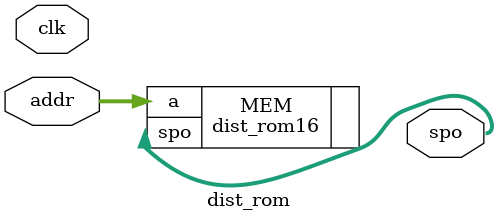
<source format=v>
`timescale 1ns / 1ps


module dist_rom(
input clk,
input [3:0] addr,
output [7:0] spo

    );
    
    dist_rom16 MEM(.a(addr), .spo(spo));
endmodule

</source>
